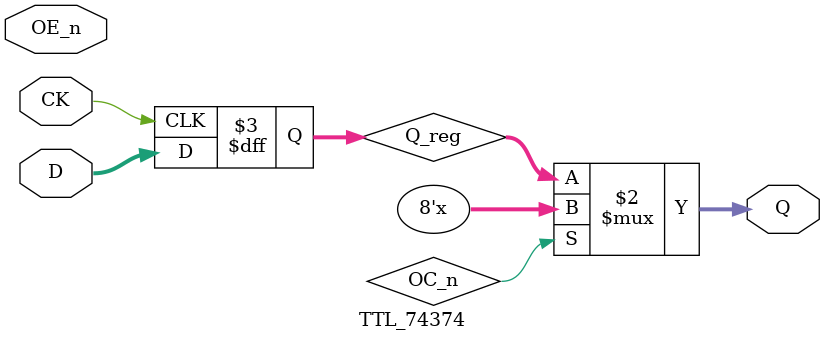
<source format=v>

module TTL_74374 (
    input wire [7:0] D,   // Data inputs
    input wire CK,        // Clock input (Latching on rising edge of CK)
    input wire OE_n,      // Output Enable (active low)
    output wire [7:0] Q   // Outputs
);
    reg [7:0] Q_reg;  // Internal register
   
    // Latch operation on rising edge of CK
    always @(posedge CK) begin
        Q_reg <= D;  // Latch data on rising edge of CK
    end

    // Output control
    // When OC_n is low (active), outputs reflect the latched data
    // When OC_n is high, outputs are in high-impedance state
    assign Q = OC_n ? 8'bz : Q_reg;
    

endmodule

</source>
